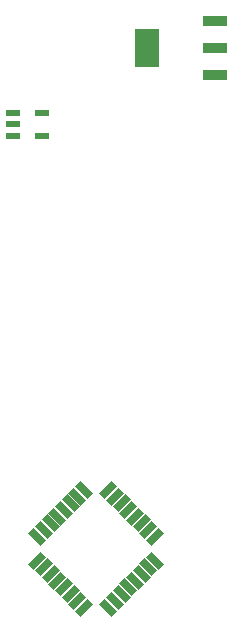
<source format=gtp>
%TF.GenerationSoftware,KiCad,Pcbnew,(6.0.2)*%
%TF.CreationDate,2022-07-07T00:18:28-06:00*%
%TF.ProjectId,Uniform,556e6966-6f72-46d2-9e6b-696361645f70,rev?*%
%TF.SameCoordinates,Original*%
%TF.FileFunction,Paste,Top*%
%TF.FilePolarity,Positive*%
%FSLAX46Y46*%
G04 Gerber Fmt 4.6, Leading zero omitted, Abs format (unit mm)*
G04 Created by KiCad (PCBNEW (6.0.2)) date 2022-07-07 00:18:28*
%MOMM*%
%LPD*%
G01*
G04 APERTURE LIST*
G04 Aperture macros list*
%AMRoundRect*
0 Rectangle with rounded corners*
0 $1 Rounding radius*
0 $2 $3 $4 $5 $6 $7 $8 $9 X,Y pos of 4 corners*
0 Add a 4 corners polygon primitive as box body*
4,1,4,$2,$3,$4,$5,$6,$7,$8,$9,$2,$3,0*
0 Add four circle primitives for the rounded corners*
1,1,$1+$1,$2,$3*
1,1,$1+$1,$4,$5*
1,1,$1+$1,$6,$7*
1,1,$1+$1,$8,$9*
0 Add four rect primitives between the rounded corners*
20,1,$1+$1,$2,$3,$4,$5,0*
20,1,$1+$1,$4,$5,$6,$7,0*
20,1,$1+$1,$6,$7,$8,$9,0*
20,1,$1+$1,$8,$9,$2,$3,0*%
%AMRotRect*
0 Rectangle, with rotation*
0 The origin of the aperture is its center*
0 $1 length*
0 $2 width*
0 $3 Rotation angle, in degrees counterclockwise*
0 Add horizontal line*
21,1,$1,$2,0,0,$3*%
G04 Aperture macros list end*
%ADD10RotRect,0.600000X1.475000X225.000000*%
%ADD11RotRect,0.600000X1.475000X135.000000*%
%ADD12R,2.150000X3.250000*%
%ADD13R,2.150000X0.950000*%
%ADD14RoundRect,0.088500X-0.516500X-0.206500X0.516500X-0.206500X0.516500X0.206500X-0.516500X0.206500X0*%
G04 APERTURE END LIST*
D10*
%TO.C,U1*%
X49604320Y-170826618D03*
X50170005Y-170260932D03*
X50735690Y-169695247D03*
X51301376Y-169129561D03*
X51867061Y-168563876D03*
X52432747Y-167998190D03*
X52998432Y-167432505D03*
X53564118Y-166866820D03*
D11*
X53564118Y-164833180D03*
X52998432Y-164267495D03*
X52432747Y-163701810D03*
X51867061Y-163136124D03*
X51301376Y-162570439D03*
X50735690Y-162004753D03*
X50170005Y-161439068D03*
X49604320Y-160873382D03*
D10*
X47570680Y-160873382D03*
X47004995Y-161439068D03*
X46439310Y-162004753D03*
X45873624Y-162570439D03*
X45307939Y-163136124D03*
X44742253Y-163701810D03*
X44176568Y-164267495D03*
X43610882Y-164833180D03*
D11*
X43610882Y-166866820D03*
X44176568Y-167432505D03*
X44742253Y-167998190D03*
X45307939Y-168563876D03*
X45873624Y-169129561D03*
X46439310Y-169695247D03*
X47004995Y-170260932D03*
X47570680Y-170826618D03*
%TD*%
D12*
%TO.C,VREG1*%
X52856300Y-123425000D03*
D13*
X58656300Y-121125000D03*
X58656300Y-123425000D03*
X58656300Y-125725000D03*
%TD*%
D14*
%TO.C,U2*%
X44030000Y-128975000D03*
X44030000Y-130875000D03*
X41520000Y-130875000D03*
X41520000Y-129925000D03*
X41520000Y-128975000D03*
%TD*%
M02*

</source>
